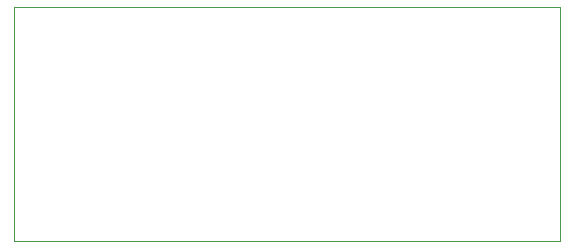
<source format=gm1>
G04*
G04 #@! TF.GenerationSoftware,Altium Limited,Altium Designer,19.1.6 (110)*
G04*
G04 Layer_Color=16711935*
%FSLAX43Y43*%
%MOMM*%
G71*
G01*
G75*
%ADD12C,0.100*%
D12*
X0Y19800D02*
X46200D01*
Y0D02*
Y19800D01*
X0Y0D02*
X46200D01*
X0D02*
Y19800D01*
M02*

</source>
